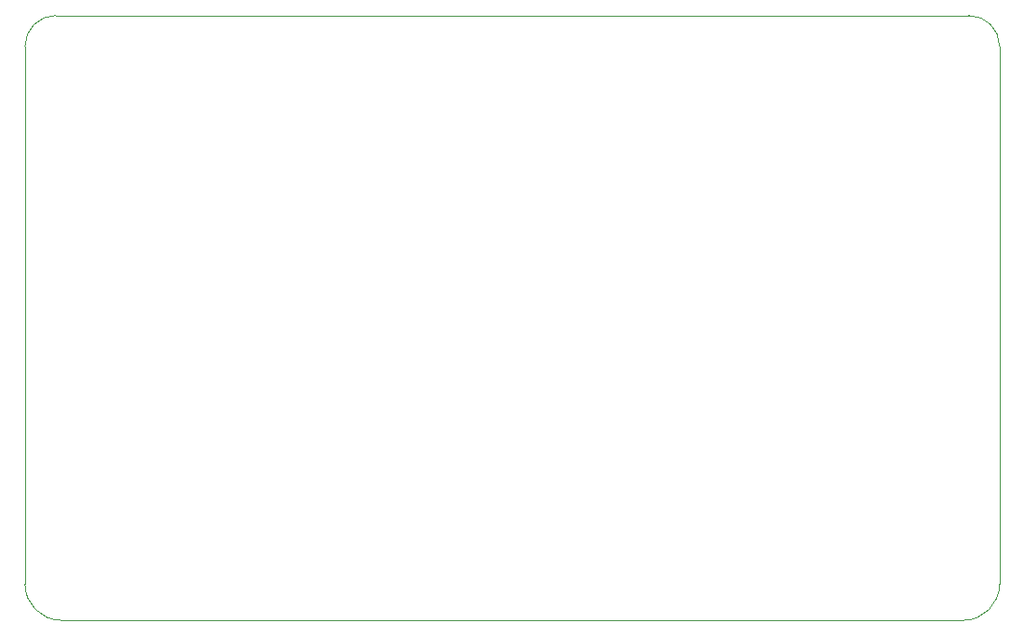
<source format=gbr>
%TF.GenerationSoftware,KiCad,Pcbnew,8.0.4-8.0.4-0~ubuntu22.04.1*%
%TF.CreationDate,2024-07-29T20:28:28-07:00*%
%TF.ProjectId,kraken-pwm-controller,6b72616b-656e-42d7-9077-6d2d636f6e74,rev?*%
%TF.SameCoordinates,Original*%
%TF.FileFunction,Profile,NP*%
%FSLAX46Y46*%
G04 Gerber Fmt 4.6, Leading zero omitted, Abs format (unit mm)*
G04 Created by KiCad (PCBNEW 8.0.4-8.0.4-0~ubuntu22.04.1) date 2024-07-29 20:28:28*
%MOMM*%
%LPD*%
G01*
G04 APERTURE LIST*
%TA.AperFunction,Profile*%
%ADD10C,0.100000*%
%TD*%
G04 APERTURE END LIST*
D10*
X77216000Y-59944000D02*
X160274000Y-59944000D01*
X74422000Y-62738000D02*
G75*
G02*
X77216000Y-59944000I2794000J0D01*
G01*
X163068000Y-62738000D02*
X163068000Y-111711133D01*
X74422000Y-111711133D02*
X74422000Y-62738000D01*
X160274000Y-59944000D02*
G75*
G02*
X163068000Y-62738000I0J-2794000D01*
G01*
X163068000Y-111711133D02*
G75*
G02*
X159766000Y-115013100I-3302000J33D01*
G01*
X77724000Y-115013133D02*
X159766000Y-115013133D01*
X77724000Y-115013133D02*
G75*
G02*
X74421967Y-111711133I0J3302033D01*
G01*
M02*

</source>
